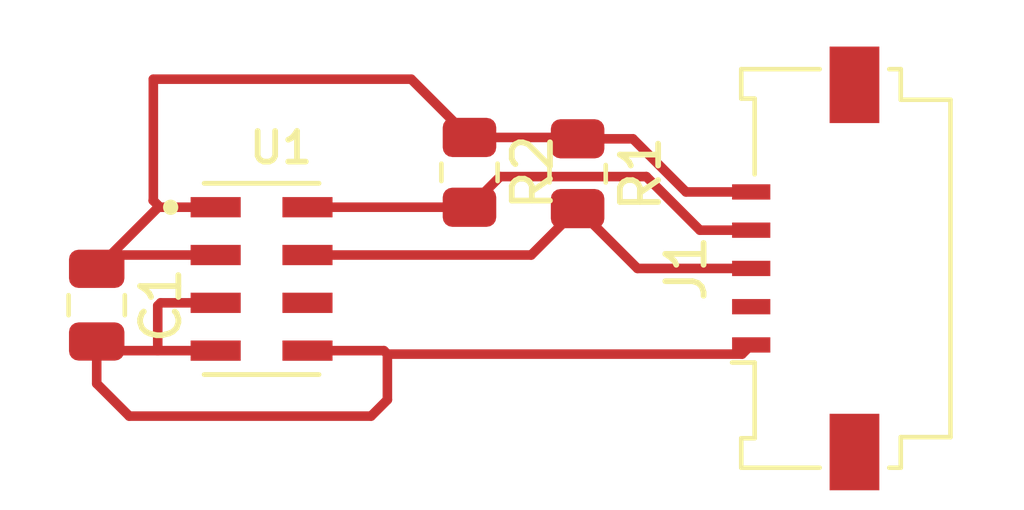
<source format=kicad_pcb>
(kicad_pcb (version 20171130) (host pcbnew 5.1.10-88a1d61d58~88~ubuntu18.04.1)

  (general
    (thickness 1.6)
    (drawings 0)
    (tracks 40)
    (zones 0)
    (modules 5)
    (nets 7)
  )

  (page A4)
  (layers
    (0 F.Cu signal)
    (31 B.Cu signal)
    (32 B.Adhes user)
    (33 F.Adhes user)
    (34 B.Paste user)
    (35 F.Paste user)
    (36 B.SilkS user)
    (37 F.SilkS user)
    (38 B.Mask user)
    (39 F.Mask user)
    (40 Dwgs.User user)
    (41 Cmts.User user)
    (42 Eco1.User user)
    (43 Eco2.User user)
    (44 Edge.Cuts user)
    (45 Margin user)
    (46 B.CrtYd user)
    (47 F.CrtYd user)
    (48 B.Fab user)
    (49 F.Fab user)
  )

  (setup
    (last_trace_width 0.25)
    (trace_clearance 0.2)
    (zone_clearance 0.508)
    (zone_45_only no)
    (trace_min 0.2)
    (via_size 0.8)
    (via_drill 0.4)
    (via_min_size 0.4)
    (via_min_drill 0.3)
    (uvia_size 0.3)
    (uvia_drill 0.1)
    (uvias_allowed no)
    (uvia_min_size 0.2)
    (uvia_min_drill 0.1)
    (edge_width 0.05)
    (segment_width 0.2)
    (pcb_text_width 0.3)
    (pcb_text_size 1.5 1.5)
    (mod_edge_width 0.12)
    (mod_text_size 1 1)
    (mod_text_width 0.15)
    (pad_size 1.524 1.524)
    (pad_drill 0.762)
    (pad_to_mask_clearance 0)
    (aux_axis_origin 0 0)
    (visible_elements FFFFFF7F)
    (pcbplotparams
      (layerselection 0x010fc_ffffffff)
      (usegerberextensions false)
      (usegerberattributes true)
      (usegerberadvancedattributes true)
      (creategerberjobfile true)
      (excludeedgelayer true)
      (linewidth 0.100000)
      (plotframeref false)
      (viasonmask false)
      (mode 1)
      (useauxorigin false)
      (hpglpennumber 1)
      (hpglpenspeed 20)
      (hpglpendiameter 15.000000)
      (psnegative false)
      (psa4output false)
      (plotreference true)
      (plotvalue true)
      (plotinvisibletext false)
      (padsonsilk false)
      (subtractmaskfromsilk false)
      (outputformat 1)
      (mirror false)
      (drillshape 1)
      (scaleselection 1)
      (outputdirectory ""))
  )

  (net 0 "")
  (net 1 "Net-(J1-Pad2)")
  (net 2 "Net-(U1-Pad6)")
  (net 3 /GND)
  (net 4 /VDD)
  (net 5 /SCL)
  (net 6 /SDA)

  (net_class Default "This is the default net class."
    (clearance 0.2)
    (trace_width 0.25)
    (via_dia 0.8)
    (via_drill 0.4)
    (uvia_dia 0.3)
    (uvia_drill 0.1)
    (add_net /GND)
    (add_net /SCL)
    (add_net /SDA)
    (add_net /VDD)
    (add_net "Net-(J1-Pad2)")
    (add_net "Net-(U1-Pad6)")
  )

  (module MS5611-01BA03:SON125P500X300X100-8N (layer F.Cu) (tedit 61006814) (tstamp 61012443)
    (at 115.13566 99.96932)
    (path /61006959)
    (fp_text reference U1 (at 0.50727 -3.43006) (layer F.SilkS)
      (effects (font (size 0.8 0.8) (thickness 0.15)))
    )
    (fp_text value MS5611-01BA03 (at 8.53299 3.25707) (layer F.Fab)
      (effects (font (size 0.8 0.8) (thickness 0.15)))
    )
    (fp_line (start -1.5 -2.5) (end -1.5 2.5) (layer F.Fab) (width 0.127))
    (fp_line (start -1.5 2.5) (end 1.5 2.5) (layer F.Fab) (width 0.127))
    (fp_line (start 1.5 2.5) (end 1.5 -2.5) (layer F.Fab) (width 0.127))
    (fp_line (start 1.5 -2.5) (end -1.5 -2.5) (layer F.Fab) (width 0.127))
    (fp_line (start -1.5 -2.5) (end 1.5 -2.5) (layer F.SilkS) (width 0.127))
    (fp_line (start -1.5 2.5) (end 1.5 2.5) (layer F.SilkS) (width 0.127))
    (fp_line (start -2.11 -2.78) (end -2.11 2.78) (layer F.CrtYd) (width 0.05))
    (fp_line (start -2.11 2.78) (end 2.11 2.78) (layer F.CrtYd) (width 0.05))
    (fp_line (start 2.11 2.78) (end 2.11 -2.78) (layer F.CrtYd) (width 0.05))
    (fp_line (start 2.11 -2.78) (end -2.11 -2.78) (layer F.CrtYd) (width 0.05))
    (fp_circle (center -2.377 -1.873) (end -2.277 -1.873) (layer F.SilkS) (width 0.2))
    (fp_poly (pts (xy -1.87537 -1.4375) (xy 1.875 -1.4375) (xy 1.875 -1.06271) (xy -1.87537 -1.06271)) (layer Dwgs.User) (width 0.01))
    (fp_poly (pts (xy -1.87796 -1.4375) (xy 1.875 -1.4375) (xy 1.875 -1.06418) (xy -1.87796 -1.06418)) (layer Dwgs.User) (width 0.01))
    (fp_poly (pts (xy -1.87578 -1.4375) (xy 1.875 -1.4375) (xy 1.875 -1.06294) (xy -1.87578 -1.06294)) (layer Dwgs.User) (width 0.01))
    (fp_poly (pts (xy -1.87846 -0.1875) (xy 1.875 -0.1875) (xy 1.875 0.187847) (xy -1.87846 0.187847)) (layer Dwgs.User) (width 0.01))
    (fp_poly (pts (xy -1.87801 -0.1875) (xy 1.875 -0.1875) (xy 1.875 0.1878) (xy -1.87801 0.1878)) (layer Dwgs.User) (width 0.01))
    (fp_poly (pts (xy -1.87722 -0.1875) (xy 1.875 -0.1875) (xy 1.875 0.187722) (xy -1.87722 0.187722)) (layer Dwgs.User) (width 0.01))
    (fp_poly (pts (xy -1.87797 1.0625) (xy 1.875 1.0625) (xy 1.875 1.43977) (xy -1.87797 1.43977)) (layer Dwgs.User) (width 0.01))
    (fp_poly (pts (xy -1.87834 1.0625) (xy 1.875 1.0625) (xy 1.875 1.44006) (xy -1.87834 1.44006)) (layer Dwgs.User) (width 0.01))
    (fp_poly (pts (xy -1.87749 1.0625) (xy 1.875 1.0625) (xy 1.875 1.43941) (xy -1.87749 1.43941)) (layer Dwgs.User) (width 0.01))
    (fp_poly (pts (xy -0.375209 -1.905) (xy 0.381 -1.905) (xy 0.381 1.93457) (xy -0.375209 1.93457)) (layer Dwgs.User) (width 0.01))
    (fp_poly (pts (xy -0.375312 -1.905) (xy 0.381 -1.905) (xy 0.381 1.93512) (xy -0.375312 1.93512)) (layer Dwgs.User) (width 0.01))
    (fp_poly (pts (xy -0.375263 -1.905) (xy 0.381 -1.905) (xy 0.381 1.93486) (xy -0.375263 1.93486)) (layer Dwgs.User) (width 0.01))
    (pad 7 smd rect (at 1.2 -0.625) (size 1.31 0.53) (layers F.Cu F.Paste F.Mask)
      (net 6 /SDA))
    (pad 6 smd rect (at 1.2 0.625) (size 1.31 0.53) (layers F.Cu F.Paste F.Mask)
      (net 2 "Net-(U1-Pad6)"))
    (pad 5 smd rect (at 1.2 1.875) (size 1.31 0.53) (layers F.Cu F.Paste F.Mask)
      (net 3 /GND))
    (pad 4 smd rect (at -1.2 1.875) (size 1.31 0.53) (layers F.Cu F.Paste F.Mask)
      (net 3 /GND))
    (pad 3 smd rect (at -1.2 0.625) (size 1.31 0.53) (layers F.Cu F.Paste F.Mask)
      (net 3 /GND))
    (pad 2 smd rect (at -1.2 -0.625) (size 1.31 0.53) (layers F.Cu F.Paste F.Mask)
      (net 4 /VDD))
    (pad 8 smd rect (at 1.2 -1.875) (size 1.31 0.53) (layers F.Cu F.Paste F.Mask)
      (net 5 /SCL))
    (pad 1 smd rect (at -1.2 -1.875) (size 1.31 0.53) (layers F.Cu F.Paste F.Mask)
      (net 4 /VDD))
  )

  (module Resistor_SMD:R_0805_2012Metric (layer F.Cu) (tedit 5F68FEEE) (tstamp 61012420)
    (at 120.57126 97.18294 270)
    (descr "Resistor SMD 0805 (2012 Metric), square (rectangular) end terminal, IPC_7351 nominal, (Body size source: IPC-SM-782 page 72, https://www.pcb-3d.com/wordpress/wp-content/uploads/ipc-sm-782a_amendment_1_and_2.pdf), generated with kicad-footprint-generator")
    (tags resistor)
    (path /61007D32)
    (attr smd)
    (fp_text reference R2 (at 0 -1.65 90) (layer F.SilkS)
      (effects (font (size 1 1) (thickness 0.15)))
    )
    (fp_text value R_Small_US (at 0 1.65 90) (layer F.Fab)
      (effects (font (size 1 1) (thickness 0.15)))
    )
    (fp_text user %R (at 0 0 90) (layer F.Fab)
      (effects (font (size 0.5 0.5) (thickness 0.08)))
    )
    (fp_line (start -1 0.625) (end -1 -0.625) (layer F.Fab) (width 0.1))
    (fp_line (start -1 -0.625) (end 1 -0.625) (layer F.Fab) (width 0.1))
    (fp_line (start 1 -0.625) (end 1 0.625) (layer F.Fab) (width 0.1))
    (fp_line (start 1 0.625) (end -1 0.625) (layer F.Fab) (width 0.1))
    (fp_line (start -0.227064 -0.735) (end 0.227064 -0.735) (layer F.SilkS) (width 0.12))
    (fp_line (start -0.227064 0.735) (end 0.227064 0.735) (layer F.SilkS) (width 0.12))
    (fp_line (start -1.68 0.95) (end -1.68 -0.95) (layer F.CrtYd) (width 0.05))
    (fp_line (start -1.68 -0.95) (end 1.68 -0.95) (layer F.CrtYd) (width 0.05))
    (fp_line (start 1.68 -0.95) (end 1.68 0.95) (layer F.CrtYd) (width 0.05))
    (fp_line (start 1.68 0.95) (end -1.68 0.95) (layer F.CrtYd) (width 0.05))
    (pad 2 smd roundrect (at 0.9125 0 270) (size 1.025 1.4) (layers F.Cu F.Paste F.Mask) (roundrect_rratio 0.243902)
      (net 5 /SCL))
    (pad 1 smd roundrect (at -0.9125 0 270) (size 1.025 1.4) (layers F.Cu F.Paste F.Mask) (roundrect_rratio 0.243902)
      (net 4 /VDD))
    (model ${KISYS3DMOD}/Resistor_SMD.3dshapes/R_0805_2012Metric.wrl
      (at (xyz 0 0 0))
      (scale (xyz 1 1 1))
      (rotate (xyz 0 0 0))
    )
  )

  (module Resistor_SMD:R_0805_2012Metric (layer F.Cu) (tedit 5F68FEEE) (tstamp 6101240F)
    (at 123.39828 97.2185 270)
    (descr "Resistor SMD 0805 (2012 Metric), square (rectangular) end terminal, IPC_7351 nominal, (Body size source: IPC-SM-782 page 72, https://www.pcb-3d.com/wordpress/wp-content/uploads/ipc-sm-782a_amendment_1_and_2.pdf), generated with kicad-footprint-generator")
    (tags resistor)
    (path /61007653)
    (attr smd)
    (fp_text reference R1 (at 0 -1.65 90) (layer F.SilkS)
      (effects (font (size 1 1) (thickness 0.15)))
    )
    (fp_text value R_Small_US (at 0 1.65 90) (layer F.Fab)
      (effects (font (size 1 1) (thickness 0.15)))
    )
    (fp_text user %R (at 0 0 90) (layer F.Fab)
      (effects (font (size 0.5 0.5) (thickness 0.08)))
    )
    (fp_line (start -1 0.625) (end -1 -0.625) (layer F.Fab) (width 0.1))
    (fp_line (start -1 -0.625) (end 1 -0.625) (layer F.Fab) (width 0.1))
    (fp_line (start 1 -0.625) (end 1 0.625) (layer F.Fab) (width 0.1))
    (fp_line (start 1 0.625) (end -1 0.625) (layer F.Fab) (width 0.1))
    (fp_line (start -0.227064 -0.735) (end 0.227064 -0.735) (layer F.SilkS) (width 0.12))
    (fp_line (start -0.227064 0.735) (end 0.227064 0.735) (layer F.SilkS) (width 0.12))
    (fp_line (start -1.68 0.95) (end -1.68 -0.95) (layer F.CrtYd) (width 0.05))
    (fp_line (start -1.68 -0.95) (end 1.68 -0.95) (layer F.CrtYd) (width 0.05))
    (fp_line (start 1.68 -0.95) (end 1.68 0.95) (layer F.CrtYd) (width 0.05))
    (fp_line (start 1.68 0.95) (end -1.68 0.95) (layer F.CrtYd) (width 0.05))
    (pad 2 smd roundrect (at 0.9125 0 270) (size 1.025 1.4) (layers F.Cu F.Paste F.Mask) (roundrect_rratio 0.243902)
      (net 6 /SDA))
    (pad 1 smd roundrect (at -0.9125 0 270) (size 1.025 1.4) (layers F.Cu F.Paste F.Mask) (roundrect_rratio 0.243902)
      (net 4 /VDD))
    (model ${KISYS3DMOD}/Resistor_SMD.3dshapes/R_0805_2012Metric.wrl
      (at (xyz 0 0 0))
      (scale (xyz 1 1 1))
      (rotate (xyz 0 0 0))
    )
  )

  (module Connector_FFC-FPC:Molex_200528-0050_1x05-1MP_P1.00mm_Horizontal (layer F.Cu) (tedit 5C60BCA5) (tstamp 610123FE)
    (at 128.84658 99.695 90)
    (descr "Molex Molex 1.00mm Pitch Easy-On BackFlip, Right-Angle, Bottom Contact FFC/FPC, 200528-0050, 5 Circuits (https://www.molex.com/pdm_docs/sd/2005280050_sd.pdf), generated with kicad-footprint-generator")
    (tags "connector Molex  top entry")
    (path /61009E9B)
    (attr smd)
    (fp_text reference J1 (at 0 -2.61 90) (layer F.SilkS)
      (effects (font (size 1 1) (thickness 0.15)))
    )
    (fp_text value Conn_01x05 (at 0 5.39 90) (layer F.Fab)
      (effects (font (size 1 1) (thickness 0.15)))
    )
    (fp_text user %R (at 0 1.39 90) (layer F.Fab)
      (effects (font (size 1 1) (thickness 0.15)))
    )
    (fp_line (start 4.55 -1.06) (end 4.55 -0.71) (layer F.Fab) (width 0.1))
    (fp_line (start 4.55 -0.71) (end -4.55 -0.71) (layer F.Fab) (width 0.1))
    (fp_line (start -4.55 -0.71) (end -4.55 -1.06) (layer F.Fab) (width 0.1))
    (fp_line (start -4.55 -1.06) (end -5.1 -1.06) (layer F.Fab) (width 0.1))
    (fp_line (start -5.1 -1.06) (end -5.1 2.89) (layer F.Fab) (width 0.1))
    (fp_line (start -5.1 2.89) (end 5.1 2.89) (layer F.Fab) (width 0.1))
    (fp_line (start 5.1 2.89) (end 5.1 -1.06) (layer F.Fab) (width 0.1))
    (fp_line (start 5.1 -1.06) (end 4.55 -1.06) (layer F.Fab) (width 0.1))
    (fp_line (start -2.5 -0.71) (end -2 0.04) (layer F.Fab) (width 0.1))
    (fp_line (start -2 0.04) (end -1.5 -0.71) (layer F.Fab) (width 0.1))
    (fp_line (start 4.3 0.19) (end -4.3 0.19) (layer F.Fab) (width 0.1))
    (fp_line (start -4.3 0.19) (end -4.3 4.19) (layer F.Fab) (width 0.1))
    (fp_line (start -4.3 4.19) (end 4.3 4.19) (layer F.Fab) (width 0.1))
    (fp_line (start 4.3 4.19) (end 4.3 0.19) (layer F.Fab) (width 0.1))
    (fp_line (start -2.46 -1.41) (end -2.46 -0.82) (layer F.SilkS) (width 0.12))
    (fp_line (start -2.46 -0.82) (end -4.44 -0.82) (layer F.SilkS) (width 0.12))
    (fp_line (start -4.44 -0.82) (end -4.44 -1.17) (layer F.SilkS) (width 0.12))
    (fp_line (start -4.44 -1.17) (end -5.21 -1.17) (layer F.SilkS) (width 0.12))
    (fp_line (start -5.21 -1.17) (end -5.21 0.88) (layer F.SilkS) (width 0.12))
    (fp_line (start -5.21 2.7) (end -5.21 3) (layer F.SilkS) (width 0.12))
    (fp_line (start -5.21 3) (end -4.41 3) (layer F.SilkS) (width 0.12))
    (fp_line (start -4.41 3) (end -4.41 4.3) (layer F.SilkS) (width 0.12))
    (fp_line (start -4.41 4.3) (end 4.41 4.3) (layer F.SilkS) (width 0.12))
    (fp_line (start 4.41 4.3) (end 4.41 3) (layer F.SilkS) (width 0.12))
    (fp_line (start 4.41 3) (end 5.21 3) (layer F.SilkS) (width 0.12))
    (fp_line (start 5.21 3) (end 5.21 2.7) (layer F.SilkS) (width 0.12))
    (fp_line (start 5.21 0.88) (end 5.21 -1.17) (layer F.SilkS) (width 0.12))
    (fp_line (start 5.21 -1.17) (end 4.44 -1.17) (layer F.SilkS) (width 0.12))
    (fp_line (start 4.44 -1.17) (end 4.44 -0.82) (layer F.SilkS) (width 0.12))
    (fp_line (start 4.44 -0.82) (end 2.46 -0.82) (layer F.SilkS) (width 0.12))
    (fp_line (start -6.3 -1.91) (end -6.3 4.69) (layer F.CrtYd) (width 0.05))
    (fp_line (start -6.3 4.69) (end 6.3 4.69) (layer F.CrtYd) (width 0.05))
    (fp_line (start 6.3 4.69) (end 6.3 -1.91) (layer F.CrtYd) (width 0.05))
    (fp_line (start 6.3 -1.91) (end -6.3 -1.91) (layer F.CrtYd) (width 0.05))
    (pad 5 smd rect (at 2 -0.91 90) (size 0.4 1) (layers F.Cu F.Paste F.Mask)
      (net 4 /VDD))
    (pad 4 smd rect (at 1 -0.91 90) (size 0.4 1) (layers F.Cu F.Paste F.Mask)
      (net 5 /SCL))
    (pad 3 smd rect (at 0 -0.91 90) (size 0.4 1) (layers F.Cu F.Paste F.Mask)
      (net 6 /SDA))
    (pad 2 smd rect (at -1 -0.91 90) (size 0.4 1) (layers F.Cu F.Paste F.Mask)
      (net 1 "Net-(J1-Pad2)"))
    (pad 1 smd rect (at -2 -0.91 90) (size 0.4 1) (layers F.Cu F.Paste F.Mask)
      (net 3 /GND))
    (pad MP smd rect (at 4.8 1.79 90) (size 2 1.3) (layers F.Cu F.Paste F.Mask))
    (pad MP smd rect (at -4.8 1.79 90) (size 2 1.3) (layers F.Cu F.Paste F.Mask))
    (model ${KISYS3DMOD}/Connector_FFC-FPC.3dshapes/Molex_200528-0050_1x05-1MP_P1.00mm_Horizontal.wrl
      (at (xyz 0 0 0))
      (scale (xyz 1 1 1))
      (rotate (xyz 0 0 0))
    )
  )

  (module Capacitor_SMD:C_0805_2012Metric (layer F.Cu) (tedit 5F68FEEE) (tstamp 610123D0)
    (at 110.82528 100.65516 270)
    (descr "Capacitor SMD 0805 (2012 Metric), square (rectangular) end terminal, IPC_7351 nominal, (Body size source: IPC-SM-782 page 76, https://www.pcb-3d.com/wordpress/wp-content/uploads/ipc-sm-782a_amendment_1_and_2.pdf, https://docs.google.com/spreadsheets/d/1BsfQQcO9C6DZCsRaXUlFlo91Tg2WpOkGARC1WS5S8t0/edit?usp=sharing), generated with kicad-footprint-generator")
    (tags capacitor)
    (path /61008B9C)
    (attr smd)
    (fp_text reference C1 (at 0 -1.68 90) (layer F.SilkS)
      (effects (font (size 1 1) (thickness 0.15)))
    )
    (fp_text value C_Small (at 0 1.68 90) (layer F.Fab)
      (effects (font (size 1 1) (thickness 0.15)))
    )
    (fp_text user %R (at 0 0 90) (layer F.Fab)
      (effects (font (size 0.5 0.5) (thickness 0.08)))
    )
    (fp_line (start -1 0.625) (end -1 -0.625) (layer F.Fab) (width 0.1))
    (fp_line (start -1 -0.625) (end 1 -0.625) (layer F.Fab) (width 0.1))
    (fp_line (start 1 -0.625) (end 1 0.625) (layer F.Fab) (width 0.1))
    (fp_line (start 1 0.625) (end -1 0.625) (layer F.Fab) (width 0.1))
    (fp_line (start -0.261252 -0.735) (end 0.261252 -0.735) (layer F.SilkS) (width 0.12))
    (fp_line (start -0.261252 0.735) (end 0.261252 0.735) (layer F.SilkS) (width 0.12))
    (fp_line (start -1.7 0.98) (end -1.7 -0.98) (layer F.CrtYd) (width 0.05))
    (fp_line (start -1.7 -0.98) (end 1.7 -0.98) (layer F.CrtYd) (width 0.05))
    (fp_line (start 1.7 -0.98) (end 1.7 0.98) (layer F.CrtYd) (width 0.05))
    (fp_line (start 1.7 0.98) (end -1.7 0.98) (layer F.CrtYd) (width 0.05))
    (pad 2 smd roundrect (at 0.95 0 270) (size 1 1.45) (layers F.Cu F.Paste F.Mask) (roundrect_rratio 0.25)
      (net 3 /GND))
    (pad 1 smd roundrect (at -0.95 0 270) (size 1 1.45) (layers F.Cu F.Paste F.Mask) (roundrect_rratio 0.25)
      (net 4 /VDD))
    (model ${KISYS3DMOD}/Capacitor_SMD.3dshapes/C_0805_2012Metric.wrl
      (at (xyz 0 0 0))
      (scale (xyz 1 1 1))
      (rotate (xyz 0 0 0))
    )
  )

  (segment (start 111.06444 101.84432) (end 110.82528 101.60516) (width 0.25) (layer F.Cu) (net 3))
  (segment (start 113.93566 100.59432) (end 112.49676 100.59432) (width 0.25) (layer F.Cu) (net 3))
  (segment (start 112.42088 100.6702) (end 112.42088 101.84432) (width 0.25) (layer F.Cu) (net 3))
  (segment (start 112.49676 100.59432) (end 112.42088 100.6702) (width 0.25) (layer F.Cu) (net 3))
  (segment (start 113.93566 101.84432) (end 112.42088 101.84432) (width 0.25) (layer F.Cu) (net 3))
  (segment (start 112.42088 101.84432) (end 111.06444 101.84432) (width 0.25) (layer F.Cu) (net 3))
  (segment (start 110.82528 101.60516) (end 110.82528 102.7049) (width 0.25) (layer F.Cu) (net 3))
  (segment (start 110.82528 102.7049) (end 111.67618 103.5558) (width 0.25) (layer F.Cu) (net 3))
  (segment (start 111.67618 103.5558) (end 117.99824 103.5558) (width 0.25) (layer F.Cu) (net 3))
  (segment (start 117.99824 103.5558) (end 118.42496 103.12908) (width 0.25) (layer F.Cu) (net 3))
  (segment (start 118.42496 103.12908) (end 118.42496 101.93528) (width 0.25) (layer F.Cu) (net 3))
  (segment (start 118.334 101.84432) (end 116.33566 101.84432) (width 0.25) (layer F.Cu) (net 3))
  (segment (start 118.42496 101.93528) (end 118.334 101.84432) (width 0.25) (layer F.Cu) (net 3))
  (segment (start 127.6963 101.93528) (end 127.93658 101.695) (width 0.25) (layer F.Cu) (net 3))
  (segment (start 118.42496 101.93528) (end 127.6963 101.93528) (width 0.25) (layer F.Cu) (net 3))
  (segment (start 113.93566 98.09432) (end 112.47834 98.09432) (width 0.25) (layer F.Cu) (net 4))
  (segment (start 112.47834 98.09432) (end 112.30102 97.917) (width 0.25) (layer F.Cu) (net 4))
  (segment (start 112.30102 97.917) (end 112.3061 97.91192) (width 0.25) (layer F.Cu) (net 4))
  (segment (start 112.3061 97.91192) (end 112.3061 94.74708) (width 0.25) (layer F.Cu) (net 4))
  (segment (start 119.0479 94.74708) (end 120.57126 96.27044) (width 0.25) (layer F.Cu) (net 4))
  (segment (start 112.3061 94.74708) (end 119.0479 94.74708) (width 0.25) (layer F.Cu) (net 4))
  (segment (start 123.36272 96.27044) (end 123.39828 96.306) (width 0.25) (layer F.Cu) (net 4))
  (segment (start 120.57126 96.27044) (end 123.36272 96.27044) (width 0.25) (layer F.Cu) (net 4))
  (segment (start 111.18612 99.34432) (end 110.82528 99.70516) (width 0.25) (layer F.Cu) (net 4))
  (segment (start 113.93566 99.34432) (end 111.18612 99.34432) (width 0.25) (layer F.Cu) (net 4))
  (segment (start 112.43612 98.09432) (end 112.47834 98.09432) (width 0.25) (layer F.Cu) (net 4))
  (segment (start 110.82528 99.70516) (end 112.43612 98.09432) (width 0.25) (layer F.Cu) (net 4))
  (segment (start 123.39828 96.306) (end 124.8429 96.306) (width 0.25) (layer F.Cu) (net 4))
  (segment (start 126.2319 97.695) (end 127.93658 97.695) (width 0.25) (layer F.Cu) (net 4))
  (segment (start 124.8429 96.306) (end 126.2319 97.695) (width 0.25) (layer F.Cu) (net 4))
  (segment (start 120.57014 98.09432) (end 120.57126 98.09544) (width 0.25) (layer F.Cu) (net 5))
  (segment (start 116.33566 98.09432) (end 120.57014 98.09432) (width 0.25) (layer F.Cu) (net 5))
  (segment (start 126.59549 98.695) (end 127.93658 98.695) (width 0.25) (layer F.Cu) (net 5))
  (segment (start 125.19398 97.29349) (end 126.59549 98.695) (width 0.25) (layer F.Cu) (net 5))
  (segment (start 121.37321 97.29349) (end 125.19398 97.29349) (width 0.25) (layer F.Cu) (net 5))
  (segment (start 120.57126 98.09544) (end 121.37321 97.29349) (width 0.25) (layer F.Cu) (net 5))
  (segment (start 122.18496 99.34432) (end 123.39828 98.131) (width 0.25) (layer F.Cu) (net 6))
  (segment (start 116.33566 99.34432) (end 122.18496 99.34432) (width 0.25) (layer F.Cu) (net 6))
  (segment (start 124.96228 99.695) (end 127.93658 99.695) (width 0.25) (layer F.Cu) (net 6))
  (segment (start 123.39828 98.131) (end 124.96228 99.695) (width 0.25) (layer F.Cu) (net 6))

)

</source>
